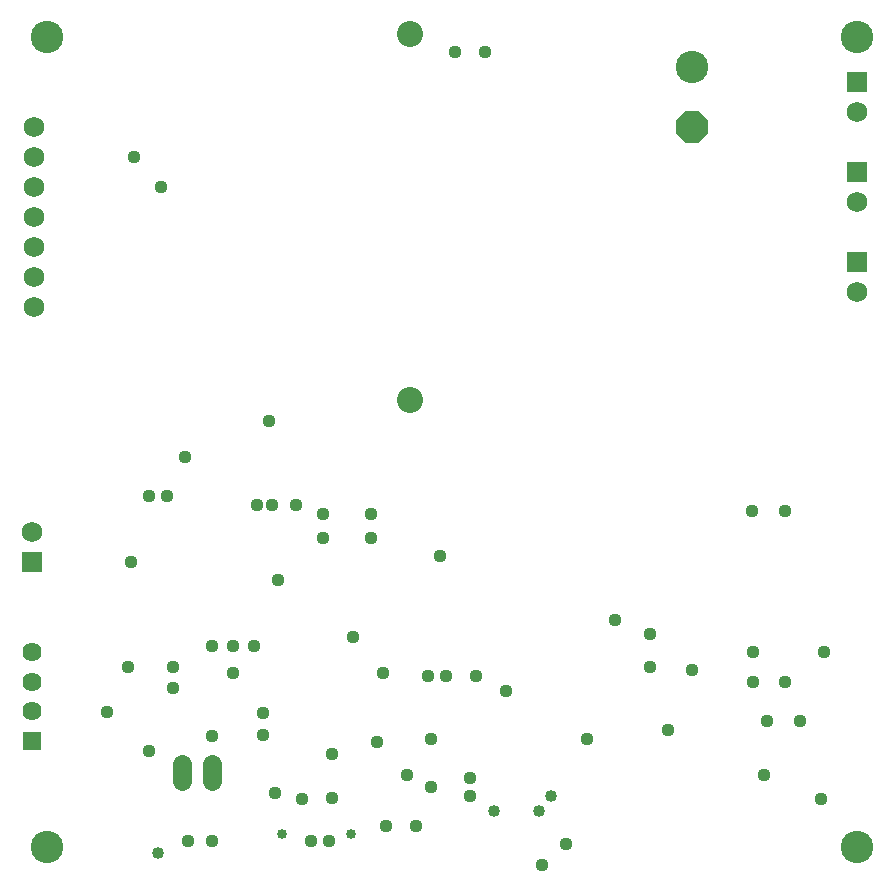
<source format=gbr>
G04 EAGLE Gerber RS-274X export*
G75*
%MOMM*%
%FSLAX34Y34*%
%LPD*%
%INSoldermask Bottom*%
%IPPOS*%
%AMOC8*
5,1,8,0,0,1.08239X$1,22.5*%
G01*
%ADD10C,2.743200*%
%ADD11P,2.969212X8X292.500000*%
%ADD12R,1.621200X1.621200*%
%ADD13C,1.621200*%
%ADD14C,1.727200*%
%ADD15C,2.203200*%
%ADD16R,1.733200X1.733200*%
%ADD17C,1.733200*%
%ADD18C,1.625600*%
%ADD19C,0.853200*%
%ADD20C,1.117600*%
%ADD21C,1.016000*%


D10*
X38100Y38100D03*
X723900Y38100D03*
X38100Y723900D03*
X723900Y723900D03*
X584200Y698500D03*
D11*
X584200Y647700D03*
D12*
X25400Y128270D03*
D13*
X25400Y153270D03*
X25400Y178270D03*
X25400Y203270D03*
D14*
X27500Y571500D03*
X27500Y546100D03*
X27500Y520700D03*
X27500Y495300D03*
X27500Y596900D03*
X27500Y622300D03*
X27500Y647700D03*
D15*
X345500Y416500D03*
X345500Y726500D03*
D16*
X723900Y609600D03*
D17*
X723900Y584200D03*
D18*
X177800Y108712D02*
X177800Y94488D01*
X152400Y94488D02*
X152400Y108712D01*
D16*
X25400Y279400D03*
D17*
X25400Y304800D03*
D16*
X723900Y533400D03*
D17*
X723900Y508000D03*
D19*
X237800Y49050D03*
X295600Y49050D03*
D16*
X723900Y685800D03*
D17*
X723900Y660400D03*
D20*
X124460Y119380D03*
X144780Y172720D03*
D21*
X464820Y81280D03*
X132080Y33020D03*
D20*
X220980Y133096D03*
X220980Y151384D03*
D21*
X416560Y68580D03*
X454660Y68580D03*
D20*
X109220Y279400D03*
X154940Y368300D03*
X271780Y320040D03*
X312420Y320040D03*
X271780Y299720D03*
X312420Y299720D03*
X177800Y43180D03*
X363220Y129540D03*
X360680Y182880D03*
X396240Y81280D03*
X157480Y43180D03*
X477520Y40640D03*
X375920Y182880D03*
X342900Y99060D03*
X396240Y96520D03*
X662940Y322580D03*
X635000Y322580D03*
X695960Y203200D03*
X636016Y203200D03*
X457200Y22860D03*
X363220Y89154D03*
X195580Y185420D03*
X195580Y208280D03*
X124460Y335280D03*
X111760Y622300D03*
X322580Y185420D03*
X213360Y208280D03*
X139700Y335280D03*
X134620Y596900D03*
X106680Y190500D03*
X144780Y190500D03*
X88900Y152400D03*
X297180Y215900D03*
X228600Y327660D03*
X370840Y284480D03*
X645160Y99060D03*
X584200Y187960D03*
X495300Y129540D03*
X426720Y170180D03*
X325120Y55880D03*
X317500Y127000D03*
X693420Y78740D03*
X408940Y711200D03*
X383540Y711200D03*
X248920Y327660D03*
X233680Y264160D03*
X177800Y208280D03*
X177800Y132080D03*
X548640Y218440D03*
X519738Y230178D03*
X548640Y190500D03*
X215900Y327660D03*
X662940Y177800D03*
X636016Y177800D03*
X254116Y78624D03*
X231140Y83820D03*
X279400Y79756D03*
X279400Y116840D03*
X261620Y43180D03*
X277272Y43180D03*
X350520Y55880D03*
X563880Y137160D03*
X401320Y182880D03*
X675640Y144780D03*
X647700Y144780D03*
X226060Y398780D03*
M02*

</source>
